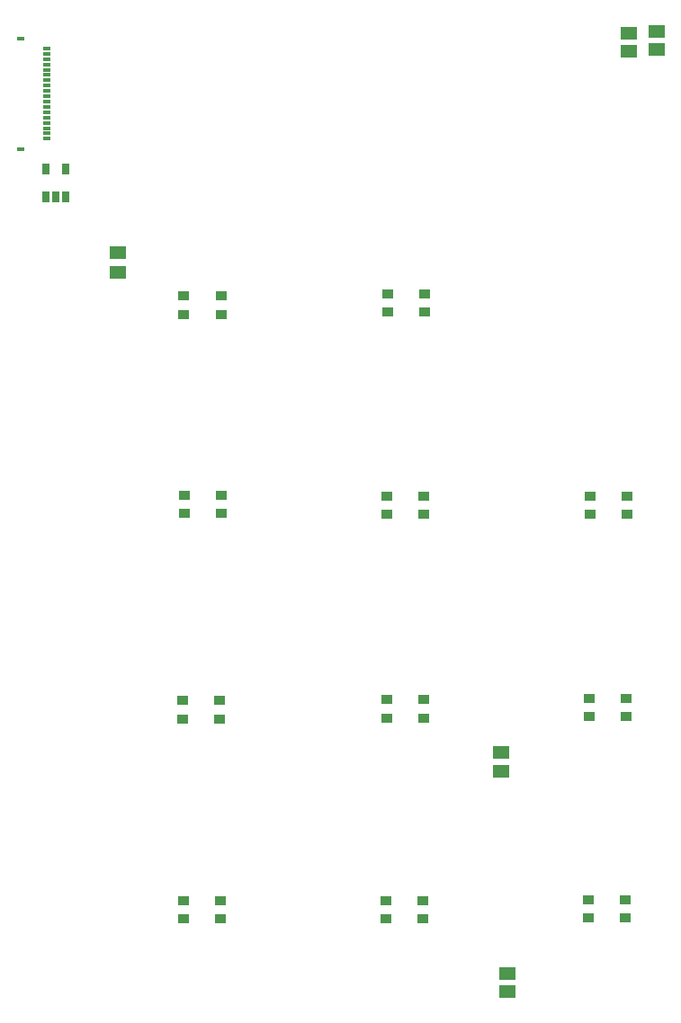
<source format=gbr>
G04 EAGLE Gerber RS-274X export*
G75*
%MOMM*%
%FSLAX34Y34*%
%LPD*%
%INSolderpaste Top*%
%IPPOS*%
%AMOC8*
5,1,8,0,0,1.08239X$1,22.5*%
G01*
%ADD10R,1.000000X0.850000*%
%ADD11R,0.690000X0.990000*%
%ADD12R,1.500000X1.300000*%
%ADD13R,0.800000X0.400000*%
%ADD14R,0.800000X0.300000*%


D10*
X261900Y541450D03*
X296900Y541450D03*
X261900Y523950D03*
X296900Y523950D03*
X261400Y729100D03*
X296400Y729100D03*
X261400Y711600D03*
X296400Y711600D03*
X453400Y730950D03*
X488400Y730950D03*
X453400Y713450D03*
X488400Y713450D03*
X452400Y540450D03*
X487400Y540450D03*
X452400Y522950D03*
X487400Y522950D03*
X643900Y540450D03*
X678900Y540450D03*
X643900Y522950D03*
X678900Y522950D03*
X259900Y347950D03*
X294900Y347950D03*
X259900Y330450D03*
X294900Y330450D03*
X452400Y348950D03*
X487400Y348950D03*
X452400Y331450D03*
X487400Y331450D03*
X642900Y349950D03*
X677900Y349950D03*
X642900Y332450D03*
X677900Y332450D03*
X260900Y159450D03*
X295900Y159450D03*
X260900Y141950D03*
X295900Y141950D03*
X451400Y159450D03*
X486400Y159450D03*
X451400Y141950D03*
X486400Y141950D03*
D11*
X131200Y822300D03*
X140700Y822300D03*
X150200Y822300D03*
X150200Y848200D03*
X131200Y848200D03*
D12*
X199700Y750900D03*
X199700Y769900D03*
D10*
X641900Y160450D03*
X676900Y160450D03*
X641900Y142950D03*
X676900Y142950D03*
D13*
X107700Y867400D03*
X107700Y971400D03*
D14*
X132700Y961900D03*
X132700Y956900D03*
X132700Y951900D03*
X132700Y946900D03*
X132700Y941900D03*
X132700Y936900D03*
X132700Y931900D03*
X132700Y926900D03*
X132700Y921900D03*
X132700Y916900D03*
X132700Y911900D03*
X132700Y906900D03*
X132700Y901900D03*
X132700Y896900D03*
X132700Y891900D03*
X132700Y886900D03*
X132700Y881900D03*
X132700Y876900D03*
D12*
X706600Y977900D03*
X706600Y960900D03*
X560000Y298500D03*
X560000Y281500D03*
X566000Y90500D03*
X566000Y73500D03*
X680600Y975900D03*
X680600Y958900D03*
M02*

</source>
